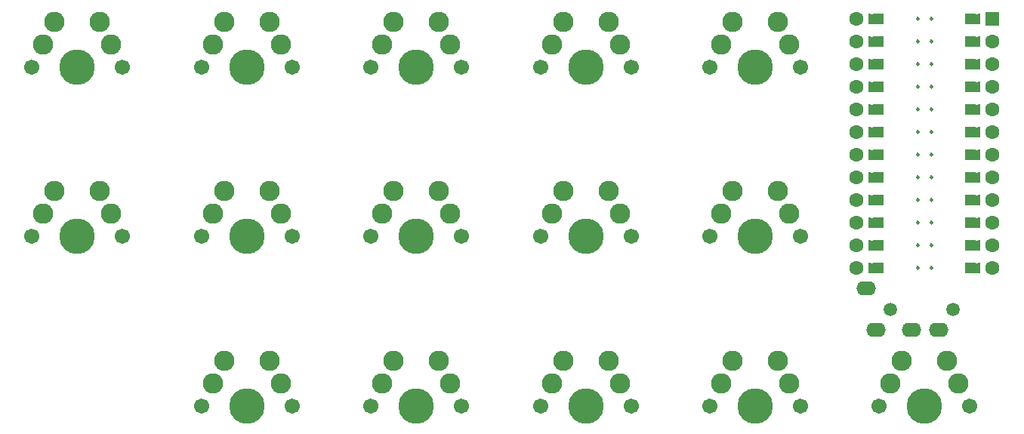
<source format=gbr>
%TF.GenerationSoftware,KiCad,Pcbnew,(6.0.4)*%
%TF.CreationDate,2022-10-08T16:53:47+11:00*%
%TF.ProjectId,bevel,62657665-6c2e-46b6-9963-61645f706362,v1.0.0*%
%TF.SameCoordinates,Original*%
%TF.FileFunction,Soldermask,Bot*%
%TF.FilePolarity,Negative*%
%FSLAX46Y46*%
G04 Gerber Fmt 4.6, Leading zero omitted, Abs format (unit mm)*
G04 Created by KiCad (PCBNEW (6.0.4)) date 2022-10-08 16:53:47*
%MOMM*%
%LPD*%
G01*
G04 APERTURE LIST*
G04 Aperture macros list*
%AMFreePoly0*
4,1,6,0.600000,0.200000,0.000000,-0.400000,-0.600000,0.200000,-0.600000,0.400000,0.600000,0.400000,0.600000,0.200000,0.600000,0.200000,$1*%
%AMFreePoly1*
4,1,6,0.600000,-0.250000,-0.600000,-0.250000,-0.600000,1.000000,0.000000,0.400000,0.600000,1.000000,0.600000,-0.250000,0.600000,-0.250000,$1*%
G04 Aperture macros list end*
%ADD10C,0.250000*%
%ADD11C,0.100000*%
%ADD12C,1.600000*%
%ADD13FreePoly0,90.000000*%
%ADD14R,1.600000X1.600000*%
%ADD15FreePoly0,270.000000*%
%ADD16FreePoly1,90.000000*%
%ADD17FreePoly1,270.000000*%
%ADD18C,1.701800*%
%ADD19C,3.987800*%
%ADD20C,2.286000*%
%ADD21C,1.500000*%
%ADD22O,2.200000X1.600000*%
G04 APERTURE END LIST*
D10*
%TO.C,MCU1*%
X117387000Y-41480000D02*
G75*
G03*
X117387000Y-41480000I-125000J0D01*
G01*
X115863000Y-18620000D02*
G75*
G03*
X115863000Y-18620000I-125000J0D01*
G01*
X115863000Y-38940000D02*
G75*
G03*
X115863000Y-38940000I-125000J0D01*
G01*
X115863000Y-33860000D02*
G75*
G03*
X115863000Y-33860000I-125000J0D01*
G01*
X115863000Y-36400000D02*
G75*
G03*
X115863000Y-36400000I-125000J0D01*
G01*
X117387000Y-31320000D02*
G75*
G03*
X117387000Y-31320000I-125000J0D01*
G01*
X117387000Y-38940000D02*
G75*
G03*
X117387000Y-38940000I-125000J0D01*
G01*
X115863000Y-23700000D02*
G75*
G03*
X115863000Y-23700000I-125000J0D01*
G01*
X117387000Y-18620000D02*
G75*
G03*
X117387000Y-18620000I-125000J0D01*
G01*
X115863000Y-31320000D02*
G75*
G03*
X115863000Y-31320000I-125000J0D01*
G01*
X115863000Y-44020000D02*
G75*
G03*
X115863000Y-44020000I-125000J0D01*
G01*
X117387000Y-21160000D02*
G75*
G03*
X117387000Y-21160000I-125000J0D01*
G01*
X117387000Y-23700000D02*
G75*
G03*
X117387000Y-23700000I-125000J0D01*
G01*
X117387000Y-33860000D02*
G75*
G03*
X117387000Y-33860000I-125000J0D01*
G01*
X115863000Y-41480000D02*
G75*
G03*
X115863000Y-41480000I-125000J0D01*
G01*
X115863000Y-21160000D02*
G75*
G03*
X115863000Y-21160000I-125000J0D01*
G01*
X117387000Y-36400000D02*
G75*
G03*
X117387000Y-36400000I-125000J0D01*
G01*
X117387000Y-16080000D02*
G75*
G03*
X117387000Y-16080000I-125000J0D01*
G01*
X117387000Y-28780000D02*
G75*
G03*
X117387000Y-28780000I-125000J0D01*
G01*
X117387000Y-44020000D02*
G75*
G03*
X117387000Y-44020000I-125000J0D01*
G01*
X117387000Y-26240000D02*
G75*
G03*
X117387000Y-26240000I-125000J0D01*
G01*
X115863000Y-28780000D02*
G75*
G03*
X115863000Y-28780000I-125000J0D01*
G01*
X115863000Y-26240000D02*
G75*
G03*
X115863000Y-26240000I-125000J0D01*
G01*
X115863000Y-16080000D02*
G75*
G03*
X115863000Y-16080000I-125000J0D01*
G01*
G36*
X122596000Y-39448000D02*
G01*
X121580000Y-39448000D01*
X121580000Y-38432000D01*
X122596000Y-38432000D01*
X122596000Y-39448000D01*
G37*
D11*
X122596000Y-39448000D02*
X121580000Y-39448000D01*
X121580000Y-38432000D01*
X122596000Y-38432000D01*
X122596000Y-39448000D01*
G36*
X122596000Y-36908000D02*
G01*
X121580000Y-36908000D01*
X121580000Y-35892000D01*
X122596000Y-35892000D01*
X122596000Y-36908000D01*
G37*
X122596000Y-36908000D02*
X121580000Y-36908000D01*
X121580000Y-35892000D01*
X122596000Y-35892000D01*
X122596000Y-36908000D01*
G36*
X111420000Y-21668000D02*
G01*
X110404000Y-21668000D01*
X110404000Y-20652000D01*
X111420000Y-20652000D01*
X111420000Y-21668000D01*
G37*
X111420000Y-21668000D02*
X110404000Y-21668000D01*
X110404000Y-20652000D01*
X111420000Y-20652000D01*
X111420000Y-21668000D01*
G36*
X111420000Y-24208000D02*
G01*
X110404000Y-24208000D01*
X110404000Y-23192000D01*
X111420000Y-23192000D01*
X111420000Y-24208000D01*
G37*
X111420000Y-24208000D02*
X110404000Y-24208000D01*
X110404000Y-23192000D01*
X111420000Y-23192000D01*
X111420000Y-24208000D01*
G36*
X111420000Y-34368000D02*
G01*
X110404000Y-34368000D01*
X110404000Y-33352000D01*
X111420000Y-33352000D01*
X111420000Y-34368000D01*
G37*
X111420000Y-34368000D02*
X110404000Y-34368000D01*
X110404000Y-33352000D01*
X111420000Y-33352000D01*
X111420000Y-34368000D01*
G36*
X122596000Y-31828000D02*
G01*
X121580000Y-31828000D01*
X121580000Y-30812000D01*
X122596000Y-30812000D01*
X122596000Y-31828000D01*
G37*
X122596000Y-31828000D02*
X121580000Y-31828000D01*
X121580000Y-30812000D01*
X122596000Y-30812000D01*
X122596000Y-31828000D01*
G36*
X111420000Y-26748000D02*
G01*
X110404000Y-26748000D01*
X110404000Y-25732000D01*
X111420000Y-25732000D01*
X111420000Y-26748000D01*
G37*
X111420000Y-26748000D02*
X110404000Y-26748000D01*
X110404000Y-25732000D01*
X111420000Y-25732000D01*
X111420000Y-26748000D01*
G36*
X111420000Y-19128000D02*
G01*
X110404000Y-19128000D01*
X110404000Y-18112000D01*
X111420000Y-18112000D01*
X111420000Y-19128000D01*
G37*
X111420000Y-19128000D02*
X110404000Y-19128000D01*
X110404000Y-18112000D01*
X111420000Y-18112000D01*
X111420000Y-19128000D01*
G36*
X111420000Y-31828000D02*
G01*
X110404000Y-31828000D01*
X110404000Y-30812000D01*
X111420000Y-30812000D01*
X111420000Y-31828000D01*
G37*
X111420000Y-31828000D02*
X110404000Y-31828000D01*
X110404000Y-30812000D01*
X111420000Y-30812000D01*
X111420000Y-31828000D01*
G36*
X122596000Y-41988000D02*
G01*
X121580000Y-41988000D01*
X121580000Y-40972000D01*
X122596000Y-40972000D01*
X122596000Y-41988000D01*
G37*
X122596000Y-41988000D02*
X121580000Y-41988000D01*
X121580000Y-40972000D01*
X122596000Y-40972000D01*
X122596000Y-41988000D01*
G36*
X122596000Y-24208000D02*
G01*
X121580000Y-24208000D01*
X121580000Y-23192000D01*
X122596000Y-23192000D01*
X122596000Y-24208000D01*
G37*
X122596000Y-24208000D02*
X121580000Y-24208000D01*
X121580000Y-23192000D01*
X122596000Y-23192000D01*
X122596000Y-24208000D01*
G36*
X122596000Y-44528000D02*
G01*
X121580000Y-44528000D01*
X121580000Y-43512000D01*
X122596000Y-43512000D01*
X122596000Y-44528000D01*
G37*
X122596000Y-44528000D02*
X121580000Y-44528000D01*
X121580000Y-43512000D01*
X122596000Y-43512000D01*
X122596000Y-44528000D01*
G36*
X122596000Y-19128000D02*
G01*
X121580000Y-19128000D01*
X121580000Y-18112000D01*
X122596000Y-18112000D01*
X122596000Y-19128000D01*
G37*
X122596000Y-19128000D02*
X121580000Y-19128000D01*
X121580000Y-18112000D01*
X122596000Y-18112000D01*
X122596000Y-19128000D01*
G36*
X111420000Y-16588000D02*
G01*
X110404000Y-16588000D01*
X110404000Y-15572000D01*
X111420000Y-15572000D01*
X111420000Y-16588000D01*
G37*
X111420000Y-16588000D02*
X110404000Y-16588000D01*
X110404000Y-15572000D01*
X111420000Y-15572000D01*
X111420000Y-16588000D01*
G36*
X122596000Y-29288000D02*
G01*
X121580000Y-29288000D01*
X121580000Y-28272000D01*
X122596000Y-28272000D01*
X122596000Y-29288000D01*
G37*
X122596000Y-29288000D02*
X121580000Y-29288000D01*
X121580000Y-28272000D01*
X122596000Y-28272000D01*
X122596000Y-29288000D01*
G36*
X111420000Y-41988000D02*
G01*
X110404000Y-41988000D01*
X110404000Y-40972000D01*
X111420000Y-40972000D01*
X111420000Y-41988000D01*
G37*
X111420000Y-41988000D02*
X110404000Y-41988000D01*
X110404000Y-40972000D01*
X111420000Y-40972000D01*
X111420000Y-41988000D01*
G36*
X122596000Y-34368000D02*
G01*
X121580000Y-34368000D01*
X121580000Y-33352000D01*
X122596000Y-33352000D01*
X122596000Y-34368000D01*
G37*
X122596000Y-34368000D02*
X121580000Y-34368000D01*
X121580000Y-33352000D01*
X122596000Y-33352000D01*
X122596000Y-34368000D01*
G36*
X111420000Y-44528000D02*
G01*
X110404000Y-44528000D01*
X110404000Y-43512000D01*
X111420000Y-43512000D01*
X111420000Y-44528000D01*
G37*
X111420000Y-44528000D02*
X110404000Y-44528000D01*
X110404000Y-43512000D01*
X111420000Y-43512000D01*
X111420000Y-44528000D01*
G36*
X111420000Y-39448000D02*
G01*
X110404000Y-39448000D01*
X110404000Y-38432000D01*
X111420000Y-38432000D01*
X111420000Y-39448000D01*
G37*
X111420000Y-39448000D02*
X110404000Y-39448000D01*
X110404000Y-38432000D01*
X111420000Y-38432000D01*
X111420000Y-39448000D01*
G36*
X111420000Y-29288000D02*
G01*
X110404000Y-29288000D01*
X110404000Y-28272000D01*
X111420000Y-28272000D01*
X111420000Y-29288000D01*
G37*
X111420000Y-29288000D02*
X110404000Y-29288000D01*
X110404000Y-28272000D01*
X111420000Y-28272000D01*
X111420000Y-29288000D01*
G36*
X122596000Y-26748000D02*
G01*
X121580000Y-26748000D01*
X121580000Y-25732000D01*
X122596000Y-25732000D01*
X122596000Y-26748000D01*
G37*
X122596000Y-26748000D02*
X121580000Y-26748000D01*
X121580000Y-25732000D01*
X122596000Y-25732000D01*
X122596000Y-26748000D01*
G36*
X111420000Y-36908000D02*
G01*
X110404000Y-36908000D01*
X110404000Y-35892000D01*
X111420000Y-35892000D01*
X111420000Y-36908000D01*
G37*
X111420000Y-36908000D02*
X110404000Y-36908000D01*
X110404000Y-35892000D01*
X111420000Y-35892000D01*
X111420000Y-36908000D01*
G36*
X122596000Y-21668000D02*
G01*
X121580000Y-21668000D01*
X121580000Y-20652000D01*
X122596000Y-20652000D01*
X122596000Y-21668000D01*
G37*
X122596000Y-21668000D02*
X121580000Y-21668000D01*
X121580000Y-20652000D01*
X122596000Y-20652000D01*
X122596000Y-21668000D01*
G36*
X122596000Y-16588000D02*
G01*
X121580000Y-16588000D01*
X121580000Y-15572000D01*
X122596000Y-15572000D01*
X122596000Y-16588000D01*
G37*
X122596000Y-16588000D02*
X121580000Y-16588000D01*
X121580000Y-15572000D01*
X122596000Y-15572000D01*
X122596000Y-16588000D01*
%TD*%
D12*
%TO.C,MCU1*%
X108880000Y-26240000D03*
X108880000Y-38940000D03*
X108880000Y-16080000D03*
X124120000Y-16080000D03*
D13*
X110658000Y-16080000D03*
X110658000Y-18620000D03*
D14*
X124120000Y-16080000D03*
D15*
X122342000Y-44020000D03*
D12*
X108880000Y-41480000D03*
D13*
X110658000Y-38940000D03*
D12*
X108880000Y-18620000D03*
D15*
X122342000Y-31320000D03*
D12*
X124120000Y-33860000D03*
X108880000Y-21160000D03*
D15*
X122342000Y-21160000D03*
X122342000Y-16080000D03*
X122342000Y-33860000D03*
D12*
X108880000Y-44020000D03*
D13*
X110658000Y-21160000D03*
D12*
X108880000Y-31320000D03*
X124120000Y-31320000D03*
D15*
X122342000Y-38940000D03*
D12*
X108880000Y-23700000D03*
D15*
X122342000Y-23700000D03*
D13*
X110658000Y-36400000D03*
X110658000Y-28780000D03*
X110658000Y-26240000D03*
D15*
X122342000Y-36400000D03*
D12*
X124120000Y-44020000D03*
D15*
X122342000Y-18620000D03*
X122342000Y-41480000D03*
D13*
X110658000Y-33860000D03*
D12*
X124120000Y-38940000D03*
X124120000Y-28780000D03*
D13*
X110658000Y-44020000D03*
D12*
X124120000Y-18620000D03*
D13*
X110658000Y-23700000D03*
D12*
X108880000Y-33860000D03*
X124120000Y-36400000D03*
D13*
X110658000Y-41480000D03*
D12*
X108880000Y-28780000D03*
X124120000Y-23700000D03*
D13*
X110658000Y-31320000D03*
D12*
X124120000Y-21160000D03*
X108880000Y-36400000D03*
X124120000Y-41480000D03*
X124120000Y-26240000D03*
D15*
X122342000Y-28780000D03*
X122342000Y-26240000D03*
D16*
X111674000Y-16080000D03*
X111674000Y-18620000D03*
X111674000Y-21160000D03*
X111674000Y-23700000D03*
X111674000Y-26240000D03*
X111674000Y-28780000D03*
X111674000Y-31320000D03*
X111674000Y-33860000D03*
X111674000Y-36400000D03*
X111674000Y-38940000D03*
X111674000Y-41480000D03*
X111674000Y-44020000D03*
D17*
X121326000Y-44020000D03*
X121326000Y-41480000D03*
X121326000Y-38940000D03*
X121326000Y-36400000D03*
X121326000Y-33860000D03*
X121326000Y-31320000D03*
X121326000Y-28780000D03*
X121326000Y-26240000D03*
X121326000Y-23700000D03*
X121326000Y-21160000D03*
X121326000Y-18620000D03*
X121326000Y-16080000D03*
%TD*%
D18*
%TO.C,S14*%
X92420000Y-40500000D03*
D19*
X97500000Y-40500000D03*
D18*
X102580000Y-40500000D03*
D20*
X100040000Y-35420000D03*
X94960000Y-35420000D03*
X93690000Y-37960000D03*
X101310000Y-37960000D03*
%TD*%
D19*
%TO.C,S9*%
X59500000Y-21500000D03*
D18*
X54420000Y-21500000D03*
X64580000Y-21500000D03*
D20*
X56960000Y-16420000D03*
X62040000Y-16420000D03*
X63310000Y-18960000D03*
X55690000Y-18960000D03*
%TD*%
D18*
%TO.C,S11*%
X73420000Y-40500000D03*
X83580000Y-40500000D03*
D19*
X78500000Y-40500000D03*
D20*
X81040000Y-35420000D03*
X75960000Y-35420000D03*
X82310000Y-37960000D03*
X74690000Y-37960000D03*
%TD*%
D18*
%TO.C,S5*%
X45580000Y-40500000D03*
X35420000Y-40500000D03*
D19*
X40500000Y-40500000D03*
D20*
X37960000Y-35420000D03*
X43040000Y-35420000D03*
X44310000Y-37960000D03*
X36690000Y-37960000D03*
%TD*%
D18*
%TO.C,S2*%
X26580000Y-40500000D03*
X16420000Y-40500000D03*
D19*
X21500000Y-40500000D03*
D20*
X24040000Y-35420000D03*
X18960000Y-35420000D03*
X17690000Y-37960000D03*
X25310000Y-37960000D03*
%TD*%
D18*
%TO.C,S7*%
X73420000Y-59500000D03*
D19*
X78500000Y-59500000D03*
D18*
X83580000Y-59500000D03*
D20*
X81040000Y-54420000D03*
X75960000Y-54420000D03*
X74690000Y-56960000D03*
X82310000Y-56960000D03*
%TD*%
D18*
%TO.C,S13*%
X121580000Y-59500000D03*
X111420000Y-59500000D03*
D19*
X116500000Y-59500000D03*
D20*
X113960000Y-54420000D03*
X119040000Y-54420000D03*
X112690000Y-56960000D03*
X120310000Y-56960000D03*
%TD*%
D21*
%TO.C,REF\u002A\u002A*%
X112650000Y-48650000D03*
X119650000Y-48650000D03*
D22*
X109950000Y-46350000D03*
X111050000Y-50950000D03*
X115050000Y-50950000D03*
X118050000Y-50950000D03*
%TD*%
D18*
%TO.C,S8*%
X64580000Y-40500000D03*
X54420000Y-40500000D03*
D19*
X59500000Y-40500000D03*
D20*
X62040000Y-35420000D03*
X56960000Y-35420000D03*
X63310000Y-37960000D03*
X55690000Y-37960000D03*
%TD*%
D18*
%TO.C,S10*%
X102580000Y-59500000D03*
X92420000Y-59500000D03*
D19*
X97500000Y-59500000D03*
D20*
X100040000Y-54420000D03*
X94960000Y-54420000D03*
X93690000Y-56960000D03*
X101310000Y-56960000D03*
%TD*%
D18*
%TO.C,S15*%
X102580000Y-21500000D03*
X92420000Y-21500000D03*
D19*
X97500000Y-21500000D03*
D20*
X94960000Y-16420000D03*
X100040000Y-16420000D03*
X101310000Y-18960000D03*
X93690000Y-18960000D03*
%TD*%
D19*
%TO.C,S4*%
X59500000Y-59500000D03*
D18*
X54420000Y-59500000D03*
X64580000Y-59500000D03*
D20*
X56960000Y-54420000D03*
X62040000Y-54420000D03*
X55690000Y-56960000D03*
X63310000Y-56960000D03*
%TD*%
D18*
%TO.C,S12*%
X83580000Y-21500000D03*
X73420000Y-21500000D03*
D19*
X78500000Y-21500000D03*
D20*
X81040000Y-16420000D03*
X75960000Y-16420000D03*
X74690000Y-18960000D03*
X82310000Y-18960000D03*
%TD*%
D18*
%TO.C,S3*%
X16420000Y-21500000D03*
X26580000Y-21500000D03*
D19*
X21500000Y-21500000D03*
D20*
X18960000Y-16420000D03*
X24040000Y-16420000D03*
X17690000Y-18960000D03*
X25310000Y-18960000D03*
%TD*%
D18*
%TO.C,S1*%
X45580000Y-59500000D03*
X35420000Y-59500000D03*
D19*
X40500000Y-59500000D03*
D20*
X37960000Y-54420000D03*
X43040000Y-54420000D03*
X44310000Y-56960000D03*
X36690000Y-56960000D03*
%TD*%
D18*
%TO.C,S6*%
X45580000Y-21500000D03*
D19*
X40500000Y-21500000D03*
D18*
X35420000Y-21500000D03*
D20*
X43040000Y-16420000D03*
X37960000Y-16420000D03*
X44310000Y-18960000D03*
X36690000Y-18960000D03*
%TD*%
M02*

</source>
